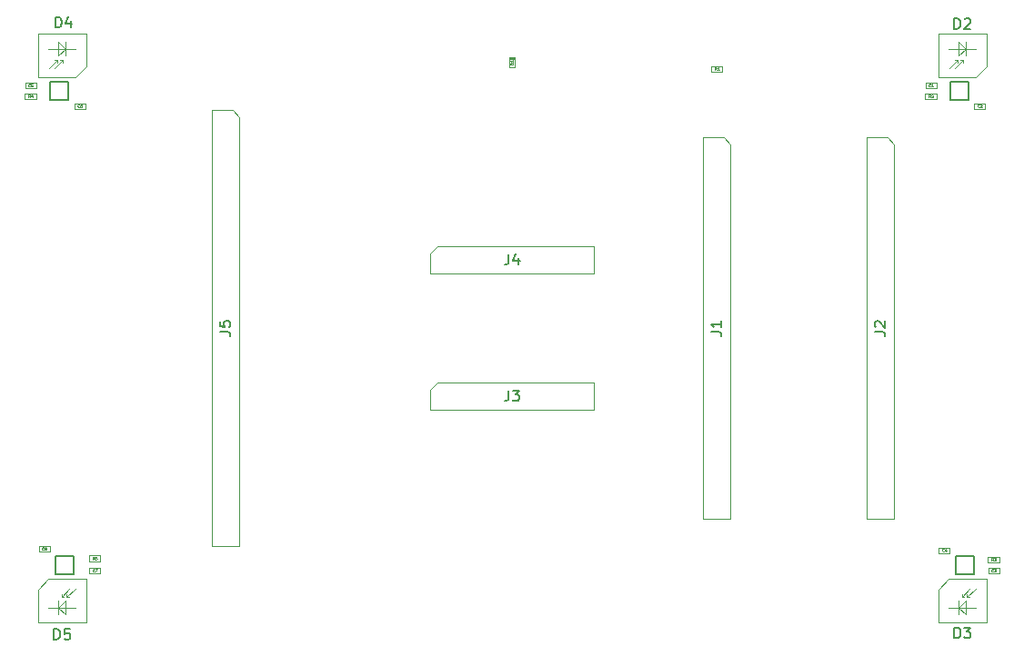
<source format=gbr>
%TF.GenerationSoftware,KiCad,Pcbnew,(5.99.0-12298-gc84619cd7f)*%
%TF.CreationDate,2021-09-28T06:55:21-06:00*%
%TF.ProjectId,VRduino 2,56526475-696e-46f2-9032-2e6b69636164,D*%
%TF.SameCoordinates,Original*%
%TF.FileFunction,AssemblyDrawing,Top*%
%FSLAX46Y46*%
G04 Gerber Fmt 4.6, Leading zero omitted, Abs format (unit mm)*
G04 Created by KiCad (PCBNEW (5.99.0-12298-gc84619cd7f)) date 2021-09-28 06:55:21*
%MOMM*%
%LPD*%
G01*
G04 APERTURE LIST*
%ADD10C,0.040000*%
%ADD11C,0.150000*%
%ADD12C,0.100000*%
G04 APERTURE END LIST*
D10*
%TO.C,C6*%
X117179333Y-72098285D02*
X117167428Y-72110190D01*
X117131714Y-72122095D01*
X117107904Y-72122095D01*
X117072190Y-72110190D01*
X117048380Y-72086380D01*
X117036476Y-72062571D01*
X117024571Y-72014952D01*
X117024571Y-71979238D01*
X117036476Y-71931619D01*
X117048380Y-71907809D01*
X117072190Y-71884000D01*
X117107904Y-71872095D01*
X117131714Y-71872095D01*
X117167428Y-71884000D01*
X117179333Y-71895904D01*
X117393619Y-71872095D02*
X117346000Y-71872095D01*
X117322190Y-71884000D01*
X117310285Y-71895904D01*
X117286476Y-71931619D01*
X117274571Y-71979238D01*
X117274571Y-72074476D01*
X117286476Y-72098285D01*
X117298380Y-72110190D01*
X117322190Y-72122095D01*
X117369809Y-72122095D01*
X117393619Y-72110190D01*
X117405523Y-72098285D01*
X117417428Y-72074476D01*
X117417428Y-72014952D01*
X117405523Y-71991142D01*
X117393619Y-71979238D01*
X117369809Y-71967333D01*
X117322190Y-71967333D01*
X117298380Y-71979238D01*
X117286476Y-71991142D01*
X117274571Y-72014952D01*
%TO.C,C7*%
X118576333Y-115405285D02*
X118564428Y-115417190D01*
X118528714Y-115429095D01*
X118504904Y-115429095D01*
X118469190Y-115417190D01*
X118445380Y-115393380D01*
X118433476Y-115369571D01*
X118421571Y-115321952D01*
X118421571Y-115286238D01*
X118433476Y-115238619D01*
X118445380Y-115214809D01*
X118469190Y-115191000D01*
X118504904Y-115179095D01*
X118528714Y-115179095D01*
X118564428Y-115191000D01*
X118576333Y-115202904D01*
X118659666Y-115179095D02*
X118826333Y-115179095D01*
X118719190Y-115429095D01*
%TO.C,C8*%
X113877333Y-113373285D02*
X113865428Y-113385190D01*
X113829714Y-113397095D01*
X113805904Y-113397095D01*
X113770190Y-113385190D01*
X113746380Y-113361380D01*
X113734476Y-113337571D01*
X113722571Y-113289952D01*
X113722571Y-113254238D01*
X113734476Y-113206619D01*
X113746380Y-113182809D01*
X113770190Y-113159000D01*
X113805904Y-113147095D01*
X113829714Y-113147095D01*
X113865428Y-113159000D01*
X113877333Y-113170904D01*
X114020190Y-113254238D02*
X113996380Y-113242333D01*
X113984476Y-113230428D01*
X113972571Y-113206619D01*
X113972571Y-113194714D01*
X113984476Y-113170904D01*
X113996380Y-113159000D01*
X114020190Y-113147095D01*
X114067809Y-113147095D01*
X114091619Y-113159000D01*
X114103523Y-113170904D01*
X114115428Y-113194714D01*
X114115428Y-113206619D01*
X114103523Y-113230428D01*
X114091619Y-113242333D01*
X114067809Y-113254238D01*
X114020190Y-113254238D01*
X113996380Y-113266142D01*
X113984476Y-113278047D01*
X113972571Y-113301857D01*
X113972571Y-113349476D01*
X113984476Y-113373285D01*
X113996380Y-113385190D01*
X114020190Y-113397095D01*
X114067809Y-113397095D01*
X114091619Y-113385190D01*
X114103523Y-113373285D01*
X114115428Y-113349476D01*
X114115428Y-113301857D01*
X114103523Y-113278047D01*
X114091619Y-113266142D01*
X114067809Y-113254238D01*
%TO.C,C1*%
X196427333Y-70193285D02*
X196415428Y-70205190D01*
X196379714Y-70217095D01*
X196355904Y-70217095D01*
X196320190Y-70205190D01*
X196296380Y-70181380D01*
X196284476Y-70157571D01*
X196272571Y-70109952D01*
X196272571Y-70074238D01*
X196284476Y-70026619D01*
X196296380Y-70002809D01*
X196320190Y-69979000D01*
X196355904Y-69967095D01*
X196379714Y-69967095D01*
X196415428Y-69979000D01*
X196427333Y-69990904D01*
X196665428Y-70217095D02*
X196522571Y-70217095D01*
X196594000Y-70217095D02*
X196594000Y-69967095D01*
X196570190Y-70002809D01*
X196546380Y-70026619D01*
X196522571Y-70038523D01*
%TO.C,C2*%
X200971333Y-72098285D02*
X200959428Y-72110190D01*
X200923714Y-72122095D01*
X200899904Y-72122095D01*
X200864190Y-72110190D01*
X200840380Y-72086380D01*
X200828476Y-72062571D01*
X200816571Y-72014952D01*
X200816571Y-71979238D01*
X200828476Y-71931619D01*
X200840380Y-71907809D01*
X200864190Y-71884000D01*
X200899904Y-71872095D01*
X200923714Y-71872095D01*
X200959428Y-71884000D01*
X200971333Y-71895904D01*
X201066571Y-71895904D02*
X201078476Y-71884000D01*
X201102285Y-71872095D01*
X201161809Y-71872095D01*
X201185619Y-71884000D01*
X201197523Y-71895904D01*
X201209428Y-71919714D01*
X201209428Y-71943523D01*
X201197523Y-71979238D01*
X201054666Y-72122095D01*
X201209428Y-72122095D01*
%TO.C,C3*%
X202269333Y-115405285D02*
X202257428Y-115417190D01*
X202221714Y-115429095D01*
X202197904Y-115429095D01*
X202162190Y-115417190D01*
X202138380Y-115393380D01*
X202126476Y-115369571D01*
X202114571Y-115321952D01*
X202114571Y-115286238D01*
X202126476Y-115238619D01*
X202138380Y-115214809D01*
X202162190Y-115191000D01*
X202197904Y-115179095D01*
X202221714Y-115179095D01*
X202257428Y-115191000D01*
X202269333Y-115202904D01*
X202352666Y-115179095D02*
X202507428Y-115179095D01*
X202424095Y-115274333D01*
X202459809Y-115274333D01*
X202483619Y-115286238D01*
X202495523Y-115298142D01*
X202507428Y-115321952D01*
X202507428Y-115381476D01*
X202495523Y-115405285D01*
X202483619Y-115417190D01*
X202459809Y-115429095D01*
X202388380Y-115429095D01*
X202364571Y-115417190D01*
X202352666Y-115405285D01*
%TO.C,C4*%
X197669333Y-113500285D02*
X197657428Y-113512190D01*
X197621714Y-113524095D01*
X197597904Y-113524095D01*
X197562190Y-113512190D01*
X197538380Y-113488380D01*
X197526476Y-113464571D01*
X197514571Y-113416952D01*
X197514571Y-113381238D01*
X197526476Y-113333619D01*
X197538380Y-113309809D01*
X197562190Y-113286000D01*
X197597904Y-113274095D01*
X197621714Y-113274095D01*
X197657428Y-113286000D01*
X197669333Y-113297904D01*
X197883619Y-113357428D02*
X197883619Y-113524095D01*
X197824095Y-113262190D02*
X197764571Y-113440761D01*
X197919333Y-113440761D01*
D11*
%TO.C,D4*%
X114958904Y-64714380D02*
X114958904Y-63714380D01*
X115197000Y-63714380D01*
X115339857Y-63762000D01*
X115435095Y-63857238D01*
X115482714Y-63952476D01*
X115530333Y-64142952D01*
X115530333Y-64285809D01*
X115482714Y-64476285D01*
X115435095Y-64571523D01*
X115339857Y-64666761D01*
X115197000Y-64714380D01*
X114958904Y-64714380D01*
X116387476Y-64047714D02*
X116387476Y-64714380D01*
X116149380Y-63666761D02*
X115911285Y-64381047D01*
X116530333Y-64381047D01*
%TO.C,D5*%
X114831904Y-121737380D02*
X114831904Y-120737380D01*
X115070000Y-120737380D01*
X115212857Y-120785000D01*
X115308095Y-120880238D01*
X115355714Y-120975476D01*
X115403333Y-121165952D01*
X115403333Y-121308809D01*
X115355714Y-121499285D01*
X115308095Y-121594523D01*
X115212857Y-121689761D01*
X115070000Y-121737380D01*
X114831904Y-121737380D01*
X116308095Y-120737380D02*
X115831904Y-120737380D01*
X115784285Y-121213571D01*
X115831904Y-121165952D01*
X115927142Y-121118333D01*
X116165238Y-121118333D01*
X116260476Y-121165952D01*
X116308095Y-121213571D01*
X116355714Y-121308809D01*
X116355714Y-121546904D01*
X116308095Y-121642142D01*
X116260476Y-121689761D01*
X116165238Y-121737380D01*
X115927142Y-121737380D01*
X115831904Y-121689761D01*
X115784285Y-121642142D01*
%TO.C,D2*%
X198651904Y-64841380D02*
X198651904Y-63841380D01*
X198890000Y-63841380D01*
X199032857Y-63889000D01*
X199128095Y-63984238D01*
X199175714Y-64079476D01*
X199223333Y-64269952D01*
X199223333Y-64412809D01*
X199175714Y-64603285D01*
X199128095Y-64698523D01*
X199032857Y-64793761D01*
X198890000Y-64841380D01*
X198651904Y-64841380D01*
X199604285Y-63936619D02*
X199651904Y-63889000D01*
X199747142Y-63841380D01*
X199985238Y-63841380D01*
X200080476Y-63889000D01*
X200128095Y-63936619D01*
X200175714Y-64031857D01*
X200175714Y-64127095D01*
X200128095Y-64269952D01*
X199556666Y-64841380D01*
X200175714Y-64841380D01*
%TO.C,D3*%
X198651904Y-121610380D02*
X198651904Y-120610380D01*
X198890000Y-120610380D01*
X199032857Y-120658000D01*
X199128095Y-120753238D01*
X199175714Y-120848476D01*
X199223333Y-121038952D01*
X199223333Y-121181809D01*
X199175714Y-121372285D01*
X199128095Y-121467523D01*
X199032857Y-121562761D01*
X198890000Y-121610380D01*
X198651904Y-121610380D01*
X199556666Y-120610380D02*
X200175714Y-120610380D01*
X199842380Y-120991333D01*
X199985238Y-120991333D01*
X200080476Y-121038952D01*
X200128095Y-121086571D01*
X200175714Y-121181809D01*
X200175714Y-121419904D01*
X200128095Y-121515142D01*
X200080476Y-121562761D01*
X199985238Y-121610380D01*
X199699523Y-121610380D01*
X199604285Y-121562761D01*
X199556666Y-121515142D01*
%TO.C,J2*%
X191222380Y-93043333D02*
X191936666Y-93043333D01*
X192079523Y-93090952D01*
X192174761Y-93186190D01*
X192222380Y-93329047D01*
X192222380Y-93424285D01*
X191317619Y-92614761D02*
X191270000Y-92567142D01*
X191222380Y-92471904D01*
X191222380Y-92233809D01*
X191270000Y-92138571D01*
X191317619Y-92090952D01*
X191412857Y-92043333D01*
X191508095Y-92043333D01*
X191650952Y-92090952D01*
X192222380Y-92662380D01*
X192222380Y-92043333D01*
%TO.C,J3*%
X157146666Y-98512380D02*
X157146666Y-99226666D01*
X157099047Y-99369523D01*
X157003809Y-99464761D01*
X156860952Y-99512380D01*
X156765714Y-99512380D01*
X157527619Y-98512380D02*
X158146666Y-98512380D01*
X157813333Y-98893333D01*
X157956190Y-98893333D01*
X158051428Y-98940952D01*
X158099047Y-98988571D01*
X158146666Y-99083809D01*
X158146666Y-99321904D01*
X158099047Y-99417142D01*
X158051428Y-99464761D01*
X157956190Y-99512380D01*
X157670476Y-99512380D01*
X157575238Y-99464761D01*
X157527619Y-99417142D01*
%TO.C,J4*%
X157146666Y-85812380D02*
X157146666Y-86526666D01*
X157099047Y-86669523D01*
X157003809Y-86764761D01*
X156860952Y-86812380D01*
X156765714Y-86812380D01*
X158051428Y-86145714D02*
X158051428Y-86812380D01*
X157813333Y-85764761D02*
X157575238Y-86479047D01*
X158194285Y-86479047D01*
%TO.C,J5*%
X130262380Y-93043333D02*
X130976666Y-93043333D01*
X131119523Y-93090952D01*
X131214761Y-93186190D01*
X131262380Y-93329047D01*
X131262380Y-93424285D01*
X130262380Y-92090952D02*
X130262380Y-92567142D01*
X130738571Y-92614761D01*
X130690952Y-92567142D01*
X130643333Y-92471904D01*
X130643333Y-92233809D01*
X130690952Y-92138571D01*
X130738571Y-92090952D01*
X130833809Y-92043333D01*
X131071904Y-92043333D01*
X131167142Y-92090952D01*
X131214761Y-92138571D01*
X131262380Y-92233809D01*
X131262380Y-92471904D01*
X131214761Y-92567142D01*
X131167142Y-92614761D01*
D10*
%TO.C,R1*%
X176486666Y-68697619D02*
X176400000Y-68573809D01*
X176338095Y-68697619D02*
X176338095Y-68437619D01*
X176437142Y-68437619D01*
X176461904Y-68450000D01*
X176474285Y-68462380D01*
X176486666Y-68487142D01*
X176486666Y-68524285D01*
X176474285Y-68549047D01*
X176461904Y-68561428D01*
X176437142Y-68573809D01*
X176338095Y-68573809D01*
X176734285Y-68697619D02*
X176585714Y-68697619D01*
X176660000Y-68697619D02*
X176660000Y-68437619D01*
X176635238Y-68474761D01*
X176610476Y-68499523D01*
X176585714Y-68511904D01*
%TO.C,R4*%
X112605666Y-71237619D02*
X112519000Y-71113809D01*
X112457095Y-71237619D02*
X112457095Y-70977619D01*
X112556142Y-70977619D01*
X112580904Y-70990000D01*
X112593285Y-71002380D01*
X112605666Y-71027142D01*
X112605666Y-71064285D01*
X112593285Y-71089047D01*
X112580904Y-71101428D01*
X112556142Y-71113809D01*
X112457095Y-71113809D01*
X112828523Y-71064285D02*
X112828523Y-71237619D01*
X112766619Y-70965238D02*
X112704714Y-71150952D01*
X112865666Y-71150952D01*
%TO.C,R5*%
X118574666Y-114290619D02*
X118488000Y-114166809D01*
X118426095Y-114290619D02*
X118426095Y-114030619D01*
X118525142Y-114030619D01*
X118549904Y-114043000D01*
X118562285Y-114055380D01*
X118574666Y-114080142D01*
X118574666Y-114117285D01*
X118562285Y-114142047D01*
X118549904Y-114154428D01*
X118525142Y-114166809D01*
X118426095Y-114166809D01*
X118809904Y-114030619D02*
X118686095Y-114030619D01*
X118673714Y-114154428D01*
X118686095Y-114142047D01*
X118710857Y-114129666D01*
X118772761Y-114129666D01*
X118797523Y-114142047D01*
X118809904Y-114154428D01*
X118822285Y-114179190D01*
X118822285Y-114241095D01*
X118809904Y-114265857D01*
X118797523Y-114278238D01*
X118772761Y-114290619D01*
X118710857Y-114290619D01*
X118686095Y-114278238D01*
X118673714Y-114265857D01*
%TO.C,R2*%
X196425666Y-71237619D02*
X196339000Y-71113809D01*
X196277095Y-71237619D02*
X196277095Y-70977619D01*
X196376142Y-70977619D01*
X196400904Y-70990000D01*
X196413285Y-71002380D01*
X196425666Y-71027142D01*
X196425666Y-71064285D01*
X196413285Y-71089047D01*
X196400904Y-71101428D01*
X196376142Y-71113809D01*
X196277095Y-71113809D01*
X196524714Y-71002380D02*
X196537095Y-70990000D01*
X196561857Y-70977619D01*
X196623761Y-70977619D01*
X196648523Y-70990000D01*
X196660904Y-71002380D01*
X196673285Y-71027142D01*
X196673285Y-71051904D01*
X196660904Y-71089047D01*
X196512333Y-71237619D01*
X196673285Y-71237619D01*
%TO.C,R3*%
X202267666Y-114417619D02*
X202181000Y-114293809D01*
X202119095Y-114417619D02*
X202119095Y-114157619D01*
X202218142Y-114157619D01*
X202242904Y-114170000D01*
X202255285Y-114182380D01*
X202267666Y-114207142D01*
X202267666Y-114244285D01*
X202255285Y-114269047D01*
X202242904Y-114281428D01*
X202218142Y-114293809D01*
X202119095Y-114293809D01*
X202354333Y-114157619D02*
X202515285Y-114157619D01*
X202428619Y-114256666D01*
X202465761Y-114256666D01*
X202490523Y-114269047D01*
X202502904Y-114281428D01*
X202515285Y-114306190D01*
X202515285Y-114368095D01*
X202502904Y-114392857D01*
X202490523Y-114405238D01*
X202465761Y-114417619D01*
X202391476Y-114417619D01*
X202366714Y-114405238D01*
X202354333Y-114392857D01*
%TO.C,C5*%
X112607333Y-70193285D02*
X112595428Y-70205190D01*
X112559714Y-70217095D01*
X112535904Y-70217095D01*
X112500190Y-70205190D01*
X112476380Y-70181380D01*
X112464476Y-70157571D01*
X112452571Y-70109952D01*
X112452571Y-70074238D01*
X112464476Y-70026619D01*
X112476380Y-70002809D01*
X112500190Y-69979000D01*
X112535904Y-69967095D01*
X112559714Y-69967095D01*
X112595428Y-69979000D01*
X112607333Y-69990904D01*
X112833523Y-69967095D02*
X112714476Y-69967095D01*
X112702571Y-70086142D01*
X112714476Y-70074238D01*
X112738285Y-70062333D01*
X112797809Y-70062333D01*
X112821619Y-70074238D01*
X112833523Y-70086142D01*
X112845428Y-70109952D01*
X112845428Y-70169476D01*
X112833523Y-70193285D01*
X112821619Y-70205190D01*
X112797809Y-70217095D01*
X112738285Y-70217095D01*
X112714476Y-70205190D01*
X112702571Y-70193285D01*
D11*
%TO.C,J1*%
X175982380Y-93043333D02*
X176696666Y-93043333D01*
X176839523Y-93090952D01*
X176934761Y-93186190D01*
X176982380Y-93329047D01*
X176982380Y-93424285D01*
X176982380Y-92043333D02*
X176982380Y-92614761D01*
X176982380Y-92329047D02*
X175982380Y-92329047D01*
X176125238Y-92424285D01*
X176220476Y-92519523D01*
X176268095Y-92614761D01*
D10*
%TO.C,D1*%
X157593095Y-68129523D02*
X157343095Y-68129523D01*
X157343095Y-68070000D01*
X157355000Y-68034285D01*
X157378809Y-68010476D01*
X157402619Y-67998571D01*
X157450238Y-67986666D01*
X157485952Y-67986666D01*
X157533571Y-67998571D01*
X157557380Y-68010476D01*
X157581190Y-68034285D01*
X157593095Y-68070000D01*
X157593095Y-68129523D01*
X157593095Y-67748571D02*
X157593095Y-67891428D01*
X157593095Y-67820000D02*
X157343095Y-67820000D01*
X157378809Y-67843809D01*
X157402619Y-67867619D01*
X157414523Y-67891428D01*
D11*
%TO.C,U3*%
X114486000Y-69782000D02*
X116146000Y-69782000D01*
X114486000Y-71442000D02*
X114486000Y-69782000D01*
X116146000Y-71442000D02*
X114486000Y-71442000D01*
X116146000Y-69782000D02*
X116146000Y-71442000D01*
%TO.C,U1*%
X198314000Y-69782000D02*
X199974000Y-69782000D01*
X198314000Y-71442000D02*
X198314000Y-69782000D01*
X199974000Y-71442000D02*
X198314000Y-71442000D01*
X199974000Y-69782000D02*
X199974000Y-71442000D01*
%TO.C,U2*%
X200474000Y-115638000D02*
X198814000Y-115638000D01*
X200474000Y-113978000D02*
X200474000Y-115638000D01*
X198814000Y-113978000D02*
X200474000Y-113978000D01*
X198814000Y-115638000D02*
X198814000Y-113978000D01*
%TO.C,U4*%
X116654000Y-115638000D02*
X114994000Y-115638000D01*
X116654000Y-113978000D02*
X116654000Y-115638000D01*
X114994000Y-113978000D02*
X116654000Y-113978000D01*
X114994000Y-115638000D02*
X114994000Y-113978000D01*
D12*
%TO.C,C6*%
X116721000Y-72259000D02*
X116721000Y-71759000D01*
X116721000Y-71759000D02*
X117721000Y-71759000D01*
X117721000Y-71759000D02*
X117721000Y-72259000D01*
X117721000Y-72259000D02*
X116721000Y-72259000D01*
%TO.C,C7*%
X118118000Y-115566000D02*
X118118000Y-115066000D01*
X118118000Y-115066000D02*
X119118000Y-115066000D01*
X119118000Y-115066000D02*
X119118000Y-115566000D01*
X119118000Y-115566000D02*
X118118000Y-115566000D01*
%TO.C,C8*%
X114419000Y-113034000D02*
X114419000Y-113534000D01*
X114419000Y-113534000D02*
X113419000Y-113534000D01*
X113419000Y-113534000D02*
X113419000Y-113034000D01*
X113419000Y-113034000D02*
X114419000Y-113034000D01*
%TO.C,C1*%
X196969000Y-69854000D02*
X196969000Y-70354000D01*
X196969000Y-70354000D02*
X195969000Y-70354000D01*
X195969000Y-70354000D02*
X195969000Y-69854000D01*
X195969000Y-69854000D02*
X196969000Y-69854000D01*
%TO.C,C2*%
X200513000Y-72259000D02*
X200513000Y-71759000D01*
X200513000Y-71759000D02*
X201513000Y-71759000D01*
X201513000Y-71759000D02*
X201513000Y-72259000D01*
X201513000Y-72259000D02*
X200513000Y-72259000D01*
%TO.C,C3*%
X201811000Y-115566000D02*
X201811000Y-115066000D01*
X201811000Y-115066000D02*
X202811000Y-115066000D01*
X202811000Y-115066000D02*
X202811000Y-115566000D01*
X202811000Y-115566000D02*
X201811000Y-115566000D01*
%TO.C,C4*%
X198211000Y-113161000D02*
X198211000Y-113661000D01*
X198211000Y-113661000D02*
X197211000Y-113661000D01*
X197211000Y-113661000D02*
X197211000Y-113161000D01*
X197211000Y-113161000D02*
X198211000Y-113161000D01*
%TO.C,D4*%
X117820000Y-68310000D02*
X117820000Y-65310000D01*
X117820000Y-68310000D02*
X116820000Y-69310000D01*
X116820000Y-69310000D02*
X113320000Y-69310000D01*
X113320000Y-69310000D02*
X113320000Y-65310000D01*
X113320000Y-65310000D02*
X117820000Y-65310000D01*
X115120000Y-67690000D02*
X114860000Y-67690000D01*
X115120000Y-67690000D02*
X115120000Y-67950000D01*
X115620000Y-67690000D02*
X115370000Y-67690000D01*
X115620000Y-67690000D02*
X115620000Y-67950000D01*
X114860000Y-68450000D02*
X115620000Y-67690000D01*
X114350000Y-68450000D02*
X115120000Y-67690000D01*
X115880000Y-66670000D02*
X115240000Y-67310000D01*
X115240000Y-67310000D02*
X115240000Y-66040000D01*
X115240000Y-66040000D02*
X115880000Y-66670000D01*
X115880000Y-67310000D02*
X115880000Y-66040000D01*
X116840000Y-66670000D02*
X114300000Y-66670000D01*
%TO.C,D5*%
X113320000Y-117110000D02*
X113320000Y-120110000D01*
X113320000Y-117110000D02*
X114320000Y-116110000D01*
X114320000Y-116110000D02*
X117820000Y-116110000D01*
X117820000Y-116110000D02*
X117820000Y-120110000D01*
X117820000Y-120110000D02*
X113320000Y-120110000D01*
X116020000Y-117730000D02*
X116280000Y-117730000D01*
X116020000Y-117730000D02*
X116020000Y-117470000D01*
X115520000Y-117730000D02*
X115770000Y-117730000D01*
X115520000Y-117730000D02*
X115520000Y-117470000D01*
X116280000Y-116970000D02*
X115520000Y-117730000D01*
X116790000Y-116970000D02*
X116020000Y-117730000D01*
X115260000Y-118750000D02*
X115900000Y-118110000D01*
X115900000Y-118110000D02*
X115900000Y-119380000D01*
X115900000Y-119380000D02*
X115260000Y-118750000D01*
X115260000Y-118110000D02*
X115260000Y-119380000D01*
X114300000Y-118750000D02*
X116840000Y-118750000D01*
%TO.C,D2*%
X201640000Y-68310000D02*
X201640000Y-65310000D01*
X201640000Y-68310000D02*
X200640000Y-69310000D01*
X200640000Y-69310000D02*
X197140000Y-69310000D01*
X197140000Y-69310000D02*
X197140000Y-65310000D01*
X197140000Y-65310000D02*
X201640000Y-65310000D01*
X198940000Y-67690000D02*
X198680000Y-67690000D01*
X198940000Y-67690000D02*
X198940000Y-67950000D01*
X199440000Y-67690000D02*
X199190000Y-67690000D01*
X199440000Y-67690000D02*
X199440000Y-67950000D01*
X198680000Y-68450000D02*
X199440000Y-67690000D01*
X198170000Y-68450000D02*
X198940000Y-67690000D01*
X199700000Y-66670000D02*
X199060000Y-67310000D01*
X199060000Y-67310000D02*
X199060000Y-66040000D01*
X199060000Y-66040000D02*
X199700000Y-66670000D01*
X199700000Y-67310000D02*
X199700000Y-66040000D01*
X200660000Y-66670000D02*
X198120000Y-66670000D01*
%TO.C,D3*%
X197140000Y-117110000D02*
X197140000Y-120110000D01*
X197140000Y-117110000D02*
X198140000Y-116110000D01*
X198140000Y-116110000D02*
X201640000Y-116110000D01*
X201640000Y-116110000D02*
X201640000Y-120110000D01*
X201640000Y-120110000D02*
X197140000Y-120110000D01*
X199840000Y-117730000D02*
X200100000Y-117730000D01*
X199840000Y-117730000D02*
X199840000Y-117470000D01*
X199340000Y-117730000D02*
X199590000Y-117730000D01*
X199340000Y-117730000D02*
X199340000Y-117470000D01*
X200100000Y-116970000D02*
X199340000Y-117730000D01*
X200610000Y-116970000D02*
X199840000Y-117730000D01*
X199080000Y-118750000D02*
X199720000Y-118110000D01*
X199720000Y-118110000D02*
X199720000Y-119380000D01*
X199720000Y-119380000D02*
X199080000Y-118750000D01*
X199080000Y-118110000D02*
X199080000Y-119380000D01*
X198120000Y-118750000D02*
X200660000Y-118750000D01*
%TO.C,J2*%
X190500000Y-74930000D02*
X192405000Y-74930000D01*
X192405000Y-74930000D02*
X193040000Y-75565000D01*
X193040000Y-75565000D02*
X193040000Y-110490000D01*
X193040000Y-110490000D02*
X190500000Y-110490000D01*
X190500000Y-110490000D02*
X190500000Y-74930000D01*
%TO.C,J3*%
X149860000Y-100330000D02*
X149860000Y-98425000D01*
X149860000Y-98425000D02*
X150495000Y-97790000D01*
X150495000Y-97790000D02*
X165100000Y-97790000D01*
X165100000Y-97790000D02*
X165100000Y-100330000D01*
X165100000Y-100330000D02*
X149860000Y-100330000D01*
%TO.C,J4*%
X149860000Y-87630000D02*
X149860000Y-85725000D01*
X149860000Y-85725000D02*
X150495000Y-85090000D01*
X150495000Y-85090000D02*
X165100000Y-85090000D01*
X165100000Y-85090000D02*
X165100000Y-87630000D01*
X165100000Y-87630000D02*
X149860000Y-87630000D01*
%TO.C,J5*%
X129540000Y-72390000D02*
X131445000Y-72390000D01*
X131445000Y-72390000D02*
X132080000Y-73025000D01*
X132080000Y-73025000D02*
X132080000Y-113030000D01*
X132080000Y-113030000D02*
X129540000Y-113030000D01*
X129540000Y-113030000D02*
X129540000Y-72390000D01*
%TO.C,R1*%
X176005000Y-68850000D02*
X176005000Y-68310000D01*
X176005000Y-68310000D02*
X177055000Y-68310000D01*
X177055000Y-68310000D02*
X177055000Y-68850000D01*
X177055000Y-68850000D02*
X176005000Y-68850000D01*
%TO.C,R4*%
X113174000Y-70850000D02*
X113174000Y-71390000D01*
X113174000Y-71390000D02*
X112124000Y-71390000D01*
X112124000Y-71390000D02*
X112124000Y-70850000D01*
X112124000Y-70850000D02*
X113174000Y-70850000D01*
%TO.C,R5*%
X118093000Y-114443000D02*
X118093000Y-113903000D01*
X118093000Y-113903000D02*
X119143000Y-113903000D01*
X119143000Y-113903000D02*
X119143000Y-114443000D01*
X119143000Y-114443000D02*
X118093000Y-114443000D01*
%TO.C,R2*%
X196994000Y-70850000D02*
X196994000Y-71390000D01*
X196994000Y-71390000D02*
X195944000Y-71390000D01*
X195944000Y-71390000D02*
X195944000Y-70850000D01*
X195944000Y-70850000D02*
X196994000Y-70850000D01*
%TO.C,R3*%
X201786000Y-114570000D02*
X201786000Y-114030000D01*
X201786000Y-114030000D02*
X202836000Y-114030000D01*
X202836000Y-114030000D02*
X202836000Y-114570000D01*
X202836000Y-114570000D02*
X201786000Y-114570000D01*
%TO.C,C5*%
X113149000Y-69854000D02*
X113149000Y-70354000D01*
X113149000Y-70354000D02*
X112149000Y-70354000D01*
X112149000Y-70354000D02*
X112149000Y-69854000D01*
X112149000Y-69854000D02*
X113149000Y-69854000D01*
%TO.C,J1*%
X175260000Y-74930000D02*
X177165000Y-74930000D01*
X177165000Y-74930000D02*
X177800000Y-75565000D01*
X177800000Y-75565000D02*
X177800000Y-110490000D01*
X177800000Y-110490000D02*
X175260000Y-110490000D01*
X175260000Y-110490000D02*
X175260000Y-74930000D01*
%TO.C,D1*%
X157230000Y-67445000D02*
X157730000Y-67445000D01*
X157730000Y-67445000D02*
X157730000Y-68445000D01*
X157730000Y-68445000D02*
X157230000Y-68445000D01*
X157230000Y-68445000D02*
X157230000Y-67445000D01*
X157230000Y-67545000D02*
X157730000Y-67545000D01*
X157230000Y-67645000D02*
X157730000Y-67645000D01*
%TD*%
M02*

</source>
